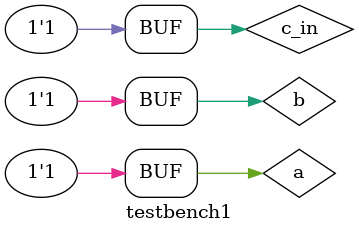
<source format=v>
module testbench1();

    reg a;
    reg b;
    reg c_in;
    wire sum;
    wire c_out;


    full_adder_behavioral1 FULL_ADD(.a(a),.b(b), .carry_in(c_in), .sum(sum), .carry_out(c_out));

    initial begin
        $monitor("MON TESTBENCH1 a=%b,b=%b,c_in=%b,sum=%b,c_out=%b",a,b,c_in,sum,c_out);
    end

    initial begin
        #1; a=0; b=0; c_in=0;
        #1; a=0; b=0; c_in=1;
        #1; a=0; b=1; c_in=0;
        #1; a=0; b=1; c_in=1;
        #1; a=1; b=0; c_in=0;
        #1; a=1; b=0; c_in=1;
        #1; a=1; b=1; c_in=0;
        #1; a=1; b=1; c_in=1;
    end

endmodule
</source>
